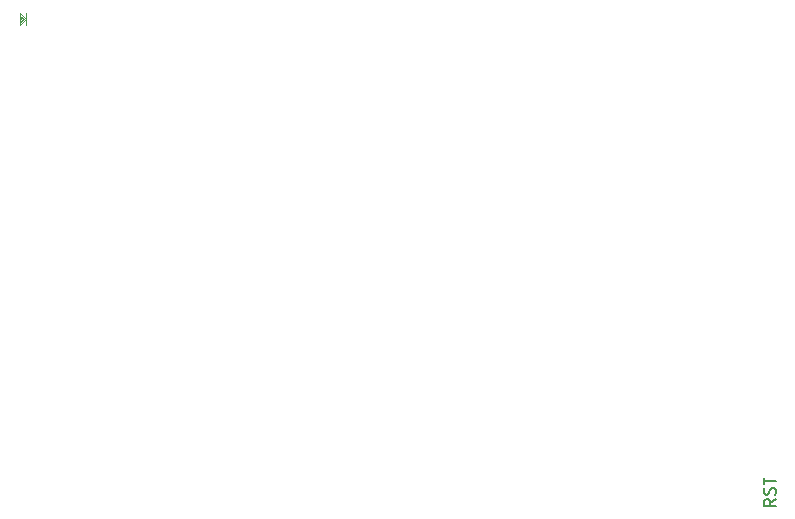
<source format=gbr>
%TF.GenerationSoftware,KiCad,Pcbnew,(5.99.0-8436-gbd786b578a)*%
%TF.CreationDate,2021-02-24T19:01:32+01:00*%
%TF.ProjectId,atom47,61746f6d-3437-42e6-9b69-6361645f7063,rev?*%
%TF.SameCoordinates,Original*%
%TF.FileFunction,Legend,Top*%
%TF.FilePolarity,Positive*%
%FSLAX46Y46*%
G04 Gerber Fmt 4.6, Leading zero omitted, Abs format (unit mm)*
G04 Created by KiCad (PCBNEW (5.99.0-8436-gbd786b578a)) date 2021-02-24 19:01:32*
%MOMM*%
%LPD*%
G01*
G04 APERTURE LIST*
%ADD10C,0.150000*%
%ADD11C,0.120000*%
G04 APERTURE END LIST*
D10*
X85582131Y-67222667D02*
X85105941Y-67556000D01*
X85582131Y-67794095D02*
X84582131Y-67794095D01*
X84582131Y-67413143D01*
X84629751Y-67317905D01*
X84677370Y-67270286D01*
X84772608Y-67222667D01*
X84915465Y-67222667D01*
X85010703Y-67270286D01*
X85058322Y-67317905D01*
X85105941Y-67413143D01*
X85105941Y-67794095D01*
X85534512Y-66841714D02*
X85582131Y-66698857D01*
X85582131Y-66460762D01*
X85534512Y-66365524D01*
X85486893Y-66317905D01*
X85391655Y-66270286D01*
X85296417Y-66270286D01*
X85201179Y-66317905D01*
X85153560Y-66365524D01*
X85105941Y-66460762D01*
X85058322Y-66651238D01*
X85010703Y-66746476D01*
X84963084Y-66794095D01*
X84867846Y-66841714D01*
X84772608Y-66841714D01*
X84677370Y-66794095D01*
X84629751Y-66746476D01*
X84582131Y-66651238D01*
X84582131Y-66413143D01*
X84629751Y-66270286D01*
X84582131Y-65984571D02*
X84582131Y-65413143D01*
X85582131Y-65698857D02*
X84582131Y-65698857D01*
D11*
X22075000Y-27100000D02*
X22075000Y-26100000D01*
X21625000Y-26800000D02*
X21825000Y-26600000D01*
X21725000Y-26500000D02*
X21725000Y-26600000D01*
X21625000Y-26900000D02*
X21925000Y-26600000D01*
X21575000Y-27100000D02*
X21575000Y-26850000D01*
X22075000Y-26600000D02*
X21575000Y-26100000D01*
X21575000Y-26100000D02*
X21575000Y-27100000D01*
X21575000Y-27100000D02*
X22075000Y-26600000D01*
X21825000Y-26600000D02*
X21625000Y-26400000D01*
X21625000Y-26300000D02*
X21625000Y-26800000D01*
X21925000Y-26600000D02*
X21625000Y-26300000D01*
M02*

</source>
